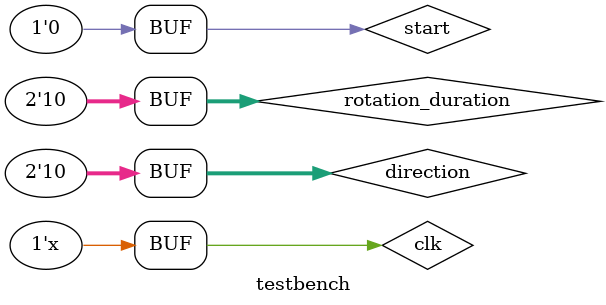
<source format=sv>
`timescale 1ns / 1ps
module testbench();

logic clk;
logic [3:0] phases;
logic [1:0] direction;
logic [1:0] rotation_duration;
logic start;	

steppermotor_wrapper DUT(
	.clk(clk), 
    .phases(phases),
	.direction(direction),
	.rotation_duration(rotation_duration),  
	.start(start)
);

initial begin
	clk = 1'b0;
	start = 1'b0; direction = 2'b10; rotation_duration = 2'b10;
	#5000000;
	
	start =1'b1;
	#100;
		
	start =1'b0;
	
end
  
always 
	#5  clk =  !clk; //clk's freq = 100Mhz on Basys3 

endmodule

</source>
